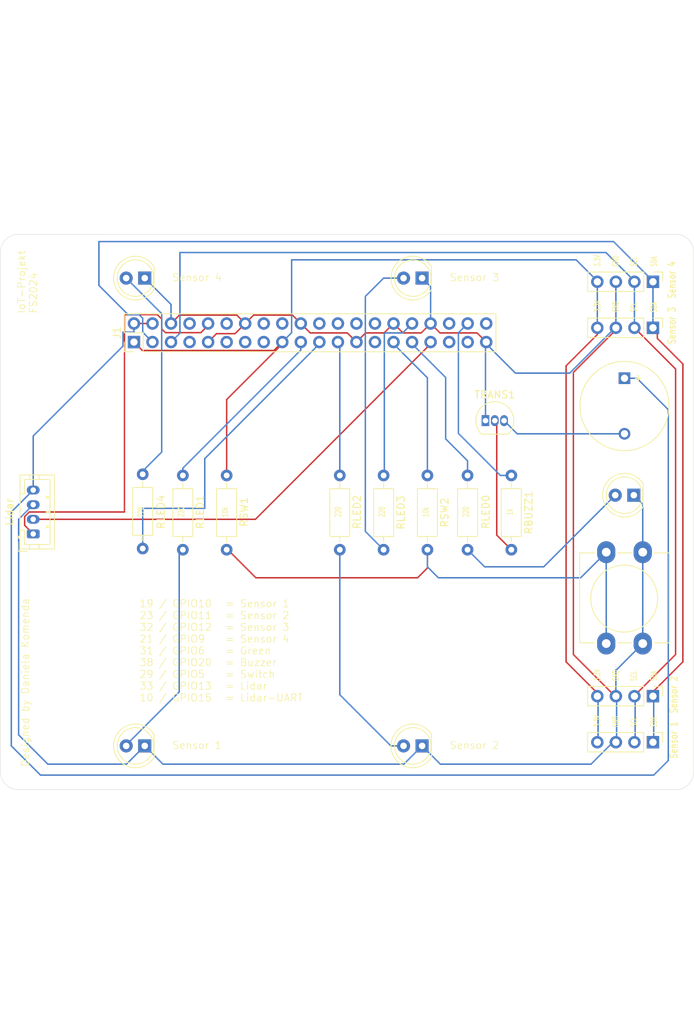
<source format=kicad_pcb>
(kicad_pcb (version 20240108) (generator "pcbnew") (generator_version "8.0")
  (layers (0 "F.Cu" signal) (31 "B.Cu" signal) (34 "B.Paste" user) (35 "F.Paste" user) (36 "B.SilkS" user "B.Silkscreen") (37 "F.SilkS" user "F.Silkscreen") (38 "B.Mask" user) (39 "F.Mask" user) (44 "Edge.Cuts" user))
  (net 0 "")
  (net 1 "+5V")
  (net 2 "Net-(BZ1--)")
  (net 3 "GND")
  (net 5 "+3.3V")
  (net 6 "/buzzer")
  (net 7 "/Sensor 4")
  (net 8 "/Sensor 1")
  (net 13 "/green")
  (net 17 "/Lidar")
  (net 20 "/SLC")
  (net 24 "/switch")
  (net 26 "/SDA")
  (net 27 "/Sensor 2")
  (net 29 "/Lidar-UART")
  (net 31 "/Sensor 3")
  (net 32 "Net-(Green1-A)")
  (net 34 "Net-(S1-A)")
  (net 35 "Net-(S2-A)")
  (net 36 "Net-(S3-A)")
  (net 37 "Net-(S4-A)")
  (net 38 "Net-(TRANS1-B)")
  (net 39 "Net-(RSW1-Pad2)")
  (footprint "LED_THT:LED_D5.0mm" (layer "F.Cu") (at 56.275 92.5 180)
    (property "Reference" "S4" (hide yes))
    (property "Value" "SEN4" (hide yes))
    (fp_line (start -1.29 -1.545) (end -1.29 1.545) (stroke (width 0.12)) (layer "F.SilkS"))
    (fp_arc (start 4.26 -0.000462) (mid 2.072002 2.880433) (end -1.29 1.54483) (stroke (width 0.12)) (layer "F.SilkS"))
    (fp_arc (start -1.29 -1.54483) (mid 2.072002 -2.880433) (end 4.26 0.000462) (stroke (width 0.12)) (layer "F.SilkS"))
    (fp_circle (center 1.27 0) (end 3.77 0) (stroke (width 0.12)) (fill none) (layer "F.SilkS"))
    (pad "1" thru_hole rect (at 0 0 180) (size 1.8 1.8) (drill 0.9) (layers "*.Cu" "*.Mask") (net 3 "GND"))
    (pad "2" thru_hole circle (at 2.54 0 180) (size 1.8 1.8) (drill 0.9) (layers "*.Cu" "*.Mask") (net 37 "Net-(S4-A)"))
  )
  (footprint "Resistor_THT:R_Axial_DIN0207_L6.3mm_D2.5mm_P10.16mm_Horizontal" (layer "F.Cu") (at 83 119.5 -90)
    (property "Reference" "RLED2" (at 5 -2.37 90) (layer "F.SilkS"))
    (property "Value" "220")
    (fp_line (start 1.81 1.37) (end 8.35 1.37) (stroke (width 0.12)) (layer "F.SilkS"))
    (fp_line (start 8.35 1.37) (end 8.35 -1.37) (stroke (width 0.12)) (layer "F.SilkS"))
    (fp_line (start 1.04 0) (end 1.81 0) (stroke (width 0.12)) (layer "F.SilkS"))
    (fp_line (start 9.12 0) (end 8.35 0) (stroke (width 0.12)) (layer "F.SilkS"))
    (fp_line (start 1.81 -1.37) (end 1.81 1.37) (stroke (width 0.12)) (layer "F.SilkS"))
    (fp_line (start 8.35 -1.37) (end 1.81 -1.37) (stroke (width 0.12)) (layer "F.SilkS"))
    (pad "1" thru_hole circle (at 0 0 270) (size 1.6 1.6) (drill 0.8) (layers "*.Cu" "*.Mask") (net 27 "/Sensor 2"))
    (pad "2" thru_hole oval (at 10.16 0 270) (size 1.6 1.6) (drill 0.8) (layers "*.Cu" "*.Mask") (net 35 "Net-(S2-A)"))
  )
  (footprint "Resistor_THT:R_Axial_DIN0207_L6.3mm_D2.5mm_P10.16mm_Horizontal" (layer "F.Cu") (at 100.5 119.5 -90)
    (property "Reference" "RLED0" (at 5 -2.5 90) (layer "F.SilkS"))
    (property "Value" "220")
    (fp_line (start 1.81 1.37) (end 8.35 1.37) (stroke (width 0.12)) (layer "F.SilkS"))
    (fp_line (start 8.35 1.37) (end 8.35 -1.37) (stroke (width 0.12)) (layer "F.SilkS"))
    (fp_line (start 1.04 0) (end 1.81 0) (stroke (width 0.12)) (layer "F.SilkS"))
    (fp_line (start 9.12 0) (end 8.35 0) (stroke (width 0.12)) (layer "F.SilkS"))
    (fp_line (start 1.81 -1.37) (end 1.81 1.37) (stroke (width 0.12)) (layer "F.SilkS"))
    (fp_line (start 8.35 -1.37) (end 1.81 -1.37) (stroke (width 0.12)) (layer "F.SilkS"))
    (pad "1" thru_hole circle (at 0 0 270) (size 1.6 1.6) (drill 0.8) (layers "*.Cu" "*.Mask") (net 13 "/green"))
    (pad "2" thru_hole oval (at 10.16 0 270) (size 1.6 1.6) (drill 0.8) (layers "*.Cu" "*.Mask") (net 32 "Net-(Green1-A)"))
  )
  (footprint "LED_THT:LED_D5.0mm" (layer "F.Cu") (at 123.275 122.2 180)
    (property "Reference" "Green1")
    (property "Value" "green" (hide yes))
    (fp_line (start -1.29 -1.545) (end -1.29 1.545) (stroke (width 0.12)) (layer "F.SilkS"))
    (fp_arc (start 4.26 -0.000462) (mid 2.072002 2.880433) (end -1.29 1.54483) (stroke (width 0.12)) (layer "F.SilkS"))
    (fp_arc (start -1.29 -1.54483) (mid 2.072002 -2.880433) (end 4.26 0.000462) (stroke (width 0.12)) (layer "F.SilkS"))
    (fp_circle (center 1.27 0) (end 3.77 0) (stroke (width 0.12)) (fill none) (layer "F.SilkS"))
    (pad "1" thru_hole rect (at 0 0 180) (size 1.8 1.8) (drill 0.9) (layers "*.Cu" "*.Mask") (net 3 "GND"))
    (pad "2" thru_hole circle (at 2.54 0 180) (size 1.8 1.8) (drill 0.9) (layers "*.Cu" "*.Mask") (net 32 "Net-(Green1-A)"))
  )
  (footprint "MountingHole:MountingHole_2.7mm_M2.5" (layer "F.Cu") (at 108 100)
    (property "Reference" "H2" (hide yes))
    (property "Value" "MountingHole")
    (pad "" np_thru_hole circle (at 0 0) (size 2.7 2.7) (drill 2.7) (layers "*.Cu" "*.Mask"))
  )
  (footprint "Connector_PinHeader_2.54mm:PinHeader_1x04_P2.54mm_Vertical" (layer "F.Cu") (at 125.9 149.7 -90)
    (property "Reference" "SEN2")
    (property "Value" "Sensor 2" (at -0.2 -2.85 90) (layer "F.SilkS") (effects (font (size 1 0.75))))
    (fp_line (start -1.33 8.95) (end 1.33 8.95) (stroke (width 0.12)) (layer "F.SilkS"))
    (fp_line (start -1.33 1.27) (end -1.33 8.95) (stroke (width 0.12)) (layer "F.SilkS"))
    (fp_line (start -1.33 1.27) (end 1.33 1.27) (stroke (width 0.12)) (layer "F.SilkS"))
    (fp_line (start 1.33 1.27) (end 1.33 8.95) (stroke (width 0.12)) (layer "F.SilkS"))
    (fp_line (start -1.33 0) (end -1.33 -1.33) (stroke (width 0.12)) (layer "F.SilkS"))
    (fp_line (start -1.33 -1.33) (end 0 -1.33) (stroke (width 0.12)) (layer "F.SilkS"))
    (pad "1" thru_hole rect (at 0 0 270) (size 1.7 1.7) (drill 1) (layers "*.Cu" "*.Mask") (net 26 "/SDA"))
    (pad "2" thru_hole oval (at 0 2.54 270) (size 1.7 1.7) (drill 1) (layers "*.Cu" "*.Mask") (net 20 "/SLC"))
    (pad "3" thru_hole oval (at 0 5.08 270) (size 1.7 1.7) (drill 1) (layers "*.Cu" "*.Mask") (net 3 "GND"))
    (pad "4" thru_hole oval (at 0 7.62 270) (size 1.7 1.7) (drill 1) (layers "*.Cu" "*.Mask") (net 5 "+3.3V"))
  )
  (footprint "Resistor_THT:R_Axial_DIN0207_L6.3mm_D2.5mm_P10.16mm_Horizontal" (layer "F.Cu") (at 67.5 119.5 -90)
    (property "Reference" "RSW1" (at 5 -2.37 90) (layer "F.SilkS"))
    (property "Value" "10k")
    (fp_line (start 1.81 1.37) (end 8.35 1.37) (stroke (width 0.12)) (layer "F.SilkS"))
    (fp_line (start 8.35 1.37) (end 8.35 -1.37) (stroke (width 0.12)) (layer "F.SilkS"))
    (fp_line (start 1.04 0) (end 1.81 0) (stroke (width 0.12)) (layer "F.SilkS"))
    (fp_line (start 9.12 0) (end 8.35 0) (stroke (width 0.12)) (layer "F.SilkS"))
    (fp_line (start 1.81 -1.37) (end 1.81 1.37) (stroke (width 0.12)) (layer "F.SilkS"))
    (fp_line (start 8.35 -1.37) (end 1.81 -1.37) (stroke (width 0.12)) (layer "F.SilkS"))
    (pad "1" thru_hole circle (at 0 0 270) (size 1.6 1.6) (drill 0.8) (layers "*.Cu" "*.Mask") (net 5 "+3.3V"))
    (pad "2" thru_hole oval (at 10.16 0 270) (size 1.6 1.6) (drill 0.8) (layers "*.Cu" "*.Mask") (net 39 "Net-(RSW1-Pad2)"))
  )
  (footprint "Buzzer_Beeper:MagneticBuzzer_ProSignal_ABI-010-RC" (layer "F.Cu") (at 122 106.2 -90)
    (property "Reference" "BZ1")
    (property "Value" "Buzzer" (hide yes))
    (fp_circle (center 3.8 0) (end 9.9 0) (stroke (width 0.12)) (fill none) (layer "F.SilkS"))
    (fp_text user "+" (at 0 -1.8 90) (layer "F.SilkS"))
    (pad "1" thru_hole rect (at 0 0 270) (size 1.6 1.6) (drill 1) (layers "*.Cu" "*.Mask") (net 1 "+5V"))
    (pad "2" thru_hole circle (at 7.6 0 270) (size 1.6 1.6) (drill 1) (layers "*.Cu" "*.Mask") (net 2 "Net-(BZ1--)"))
  )
  (footprint "Button_Switch_THT:SW_PUSH-12mm_Wuerth-430476085716" (layer "F.Cu") (at 124.5 130 -90)
    (property "Reference" "SW1" (hide yes))
    (property "Value" "SW" (hide yes))
    (fp_line (start 0.1 8.65) (end 0.1 6.53) (stroke (width 0.12)) (layer "F.SilkS"))
    (fp_line (start 12.4 8.65) (end 0.1 8.65) (stroke (width 0.12)) (layer "F.SilkS"))
    (fp_line (start 12.4 6.53) (end 12.4 8.65) (stroke (width 0.12)) (layer "F.SilkS"))
    (fp_line (start 0.1 3.47) (end 0.1 1.53) (stroke (width 0.12)) (layer "F.SilkS"))
    (fp_line (start 12.4 1.53) (end 12.4 3.47) (stroke (width 0.12)) (layer "F.SilkS"))
    (fp_line (start 0.1 -1.53) (end 0.1 -3.65) (stroke (width 0.12)) (layer "F.SilkS"))
    (fp_line (start 0.1 -3.65) (end 12.4 -3.65) (stroke (width 0.12)) (layer "F.SilkS"))
    (fp_line (start 12.4 -3.65) (end 12.4 -1.53) (stroke (width 0.12)) (layer "F.SilkS"))
    (fp_circle (center 6.35 2.54) (end 10.92905 2.54) (stroke (width 0.12)) (fill none) (layer "F.SilkS"))
    (pad "1" thru_hole oval (at 0 0 270) (size 3 2.5) (drill 1.2) (layers "*.Cu" "*.Mask") (net 3 "GND"))
    (pad "1" thru_hole oval (at 12.5 0 270) (size 3 2.5) (drill 1.2) (layers "*.Cu" "*.Mask") (net 3 "GND"))
    (pad "2" thru_hole oval (at 0 5 270) (size 3 2.5) (drill 1.2) (layers "*.Cu" "*.Mask") (net 39 "Net-(RSW1-Pad2)"))
    (pad "2" thru_hole oval (at 12.5 5 270) (size 3 2.5) (drill 1.2) (layers "*.Cu" "*.Mask") (net 39 "Net-(RSW1-Pad2)"))
  )
  (footprint "Resistor_THT:R_Axial_DIN0207_L6.3mm_D2.5mm_P10.16mm_Horizontal" (layer "F.Cu") (at 61.5 119.5 -90)
    (property "Reference" "RLED1" (at 5 -2.37 90) (layer "F.SilkS"))
    (property "Value" "220")
    (fp_line (start 1.81 1.37) (end 8.35 1.37) (stroke (width 0.12)) (layer "F.SilkS"))
    (fp_line (start 8.35 1.37) (end 8.35 -1.37) (stroke (width 0.12)) (layer "F.SilkS"))
    (fp_line (start 1.04 0) (end 1.81 0) (stroke (width 0.12)) (layer "F.SilkS"))
    (fp_line (start 9.12 0) (end 8.35 0) (stroke (width 0.12)) (layer "F.SilkS"))
    (fp_line (start 1.81 -1.37) (end 1.81 1.37) (stroke (width 0.12)) (layer "F.SilkS"))
    (fp_line (start 8.35 -1.37) (end 1.81 -1.37) (stroke (width 0.12)) (layer "F.SilkS"))
    (pad "1" thru_hole circle (at 0 0 270) (size 1.6 1.6) (drill 0.8) (layers "*.Cu" "*.Mask") (net 8 "/Sensor 1"))
    (pad "2" thru_hole oval (at 10.16 0 270) (size 1.6 1.6) (drill 0.8) (layers "*.Cu" "*.Mask") (net 34 "Net-(S1-A)"))
  )
  (footprint "MountingHole:MountingHole_2.7mm_M2.5" (layer "F.Cu") (at 108 149)
    (property "Reference" "H4" (hide yes))
    (property "Value" "MountingHole")
    (pad "" np_thru_hole circle (at 0 0) (size 2.7 2.7) (drill 2.7) (layers "*.Cu" "*.Mask"))
  )
  (footprint "Resistor_THT:R_Axial_DIN0207_L6.3mm_D2.5mm_P10.16mm_Horizontal" (layer "F.Cu") (at 106.5 119.5 -90)
    (property "Reference" "RBUZZ1" (at 5.08 -2.37 90) (layer "F.SilkS"))
    (property "Value" "1k")
    (fp_line (start 1.81 1.37) (end 8.35 1.37) (stroke (width 0.12)) (layer "F.SilkS"))
    (fp_line (start 8.35 1.37) (end 8.35 -1.37) (stroke (width 0.12)) (layer "F.SilkS"))
    (fp_line (start 1.04 0) (end 1.81 0) (stroke (width 0.12)) (layer "F.SilkS"))
    (fp_line (start 9.12 0) (end 8.35 0) (stroke (width 0.12)) (layer "F.SilkS"))
    (fp_line (start 1.81 -1.37) (end 1.81 1.37) (stroke (width 0.12)) (layer "F.SilkS"))
    (fp_line (start 8.35 -1.37) (end 1.81 -1.37) (stroke (width 0.12)) (layer "F.SilkS"))
    (pad "1" thru_hole circle (at 0 0 270) (size 1.6 1.6) (drill 0.8) (layers "*.Cu" "*.Mask") (net 6 "/buzzer"))
    (pad "2" thru_hole oval (at 10.16 0 270) (size 1.6 1.6) (drill 0.8) (layers "*.Cu" "*.Mask") (net 38 "Net-(TRANS1-B)"))
  )
  (footprint "Resistor_THT:R_Axial_DIN0207_L6.3mm_D2.5mm_P10.16mm_Horizontal" (layer "F.Cu") (at 56 129.5 90)
    (property "Reference" "RLED4" (at 5 2.5 -90) (layer "F.SilkS"))
    (property "Value" "220")
    (fp_line (start 8.35 -1.37) (end 1.81 -1.37) (stroke (width 0.12)) (layer "F.SilkS"))
    (fp_line (start 1.81 -1.37) (end 1.81 1.37) (stroke (width 0.12)) (layer "F.SilkS"))
    (fp_line (start 9.12 0) (end 8.35 0) (stroke (width 0.12)) (layer "F.SilkS"))
    (fp_line (start 1.04 0) (end 1.81 0) (stroke (width 0.12)) (layer "F.SilkS"))
    (fp_line (start 8.35 1.37) (end 8.35 -1.37) (stroke (width 0.12)) (layer "F.SilkS"))
    (fp_line (start 1.81 1.37) (end 8.35 1.37) (stroke (width 0.12)) (layer "F.SilkS"))
    (pad "1" thru_hole circle (at 0 0 90) (size 1.6 1.6) (drill 0.8) (layers "*.Cu" "*.Mask") (net 7 "/Sensor 4"))
    (pad "2" thru_hole oval (at 10.16 0 90) (size 1.6 1.6) (drill 0.8) (layers "*.Cu" "*.Mask") (net 37 "Net-(S4-A)"))
  )
  (footprint "Package_TO_SOT_THT:TO-92_Inline" (layer "F.Cu") (at 102.96 112)
    (property "Reference" "TRANS1" (at 1.27 -3.56 0) (layer "F.SilkS"))
    (property "Value" "S8050")
    (fp_line (start -0.53 1.85) (end 3.07 1.85) (stroke (width 0.12)) (layer "F.SilkS"))
    (fp_arc (start -0.568478 1.838478) (mid -1.132087 -0.994977) (end 1.27 -2.6) (stroke (width 0.12)) (layer "F.SilkS"))
    (fp_arc (start 1.27 -2.6) (mid 3.672087 -0.994977) (end 3.108478 1.838478) (stroke (width 0.12)) (layer "F.SilkS"))
    (pad "1" thru_hole rect (at 0 0) (size 1.05 1.5) (drill 0.75) (layers "*.Cu" "*.Mask") (net 3 "GND"))
    (pad "2" thru_hole oval (at 1.27 0) (size 1.05 1.5) (drill 0.75) (layers "*.Cu" "*.Mask") (net 38 "Net-(TRANS1-B)"))
    (pad "3" thru_hole oval (at 2.54 0) (size 1.05 1.5) (drill 0.75) (layers "*.Cu" "*.Mask") (net 2 "Net-(BZ1--)"))
  )
  (footprint "Connector_PinHeader_2.54mm:PinHeader_1x04_P2.54mm_Vertical" (layer "F.Cu") (at 125.9 156 -90)
    (property "Reference" "SEN1")
    (property "Value" "Sensor 1" (at -0.3 -2.85 90) (layer "F.SilkS") (effects (font (size 1 0.75))))
    (fp_line (start -1.33 8.95) (end 1.33 8.95) (stroke (width 0.12)) (layer "F.SilkS"))
    (fp_line (start -1.33 1.27) (end -1.33 8.95) (stroke (width 0.12)) (layer "F.SilkS"))
    (fp_line (start -1.33 1.27) (end 1.33 1.27) (stroke (width 0.12)) (layer "F.SilkS"))
    (fp_line (start 1.33 1.27) (end 1.33 8.95) (stroke (width 0.12)) (layer "F.SilkS"))
    (fp_line (start -1.33 0) (end -1.33 -1.33) (stroke (width 0.12)) (layer "F.SilkS"))
    (fp_line (start -1.33 -1.33) (end 0 -1.33) (stroke (width 0.12)) (layer "F.SilkS"))
    (pad "1" thru_hole rect (at 0 0 270) (size 1.7 1.7) (drill 1) (layers "*.Cu" "*.Mask") (net 26 "/SDA"))
    (pad "2" thru_hole oval (at 0 2.54 270) (size 1.7 1.7) (drill 1) (layers "*.Cu" "*.Mask") (net 20 "/SLC"))
    (pad "3" thru_hole oval (at 0 5.08 270) (size 1.7 1.7) (drill 1) (layers "*.Cu" "*.Mask") (net 3 "GND"))
    (pad "4" thru_hole oval (at 0 7.62 270) (size 1.7 1.7) (drill 1) (layers "*.Cu" "*.Mask") (net 5 "+3.3V"))
  )
  (footprint "MountingHole:MountingHole_2.7mm_M2.5" (layer "F.Cu") (at 50 149)
    (property "Reference" "H3" (hide yes))
    (property "Value" "MountingHole")
    (pad "" np_thru_hole circle (at 0 0) (size 2.7 2.7) (drill 2.7) (layers "*.Cu" "*.Mask"))
  )
  (footprint "Resistor_THT:R_Axial_DIN0207_L6.3mm_D2.5mm_P10.16mm_Horizontal" (layer "F.Cu") (at 95 119.5 -90)
    (property "Reference" "RSW2" (at 5.08 -2.37 90) (layer "F.SilkS"))
    (property "Value" "10k")
    (fp_line (start 1.81 1.37) (end 8.35 1.37) (stroke (width 0.12)) (layer "F.SilkS"))
    (fp_line (start 8.35 1.37) (end 8.35 -1.37) (stroke (width 0.12)) (layer "F.SilkS"))
    (fp_line (start 1.04 0) (end 1.81 0) (stroke (width 0.12)) (layer "F.SilkS"))
    (fp_line (start 9.12 0) (end 8.35 0) (stroke (width 0.12)) (layer "F.SilkS"))
    (fp_line (start 1.81 -1.37) (end 1.81 1.37) (stroke (width 0.12)) (layer "F.SilkS"))
    (fp_line (start 8.35 -1.37) (end 1.81 -1.37) (stroke (width 0.12)) (layer "F.SilkS"))
    (pad "1" thru_hole circle (at 0 0 270) (size 1.6 1.6) (drill 0.8) (layers "*.Cu" "*.Mask") (net 24 "/switch"))
    (pad "2" thru_hole oval (at 10.16 0 270) (size 1.6 1.6) (drill 0.8) (layers "*.Cu" "*.Mask") (net 39 "Net-(RSW1-Pad2)"))
  )
  (footprint "Connector_JST:JST_PH_B4B-PH-K_1x04_P2.00mm_Vertical" (layer "F.Cu") (at 41 127.5 90)
    (property "Reference" "LID1")
    (property "Value" "Lidar" (at 3 -3.25 -90) (layer "F.SilkS"))
    (fp_line (start -1.11 -2.11) (end -2.36 -2.11) (stroke (width 0.12)) (layer "F.SilkS"))
    (fp_line (start -2.36 -2.11) (end -2.36 -0.86) (stroke (width 0.12)) (layer "F.SilkS"))
    (fp_line (start -0.3 -2.01) (end -0.6 -2.01) (stroke (width 0.12)) (layer "F.SilkS"))
    (fp_line (start -0.6 -2.01) (end -0.6 -1.81) (stroke (width 0.12)) (layer "F.SilkS"))
    (fp_line (start -0.3 -1.91) (end -0.6 -1.91) (stroke (width 0.12)) (layer "F.SilkS"))
    (fp_line (start 8.06 -1.81) (end -2.06 -1.81) (stroke (width 0.12)) (layer "F.SilkS"))
    (fp_line (start 0.5 -1.81) (end 0.5 -1.2) (stroke (width 0.12)) (layer "F.SilkS"))
    (fp_line (start -0.3 -1.81) (end -0.3 -2.01) (stroke (width 0.12)) (layer "F.SilkS"))
    (fp_line (start -2.06 -1.81) (end -2.06 2.91) (stroke (width 0.12)) (layer "F.SilkS"))
    (fp_line (start 7.45 -1.2) (end 5.5 -1.2) (stroke (width 0.12)) (layer "F.SilkS"))
    (fp_line (start 5.5 -1.2) (end 5.5 -1.81) (stroke (width 0.12)) (layer "F.SilkS"))
    (fp_line (start 0.5 -1.2) (end -1.45 -1.2) (stroke (width 0.12)) (layer "F.SilkS"))
    (fp_line (start -1.45 -1.2) (end -1.45 2.3) (stroke (width 0.12)) (layer "F.SilkS"))
    (fp_line (start 8.06 -0.5) (end 7.45 -0.5) (stroke (width 0.12)) (layer "F.SilkS"))
    (fp_line (start -2.06 -0.5) (end -1.45 -0.5) (stroke (width 0.12)) (layer "F.SilkS"))
    (fp_line (start 8.06 0.8) (end 7.45 0.8) (stroke (width 0.12)) (layer "F.SilkS"))
    (fp_line (start -2.06 0.8) (end -1.45 0.8) (stroke (width 0.12)) (layer "F.SilkS"))
    (fp_line (start 5.1 1.8) (end 5.1 2.3) (stroke (width 0.12)) (layer "F.SilkS"))
    (fp_line (start 4.9 1.8) (end 5.1 1.8) (stroke (width 0.12)) (layer "F.SilkS"))
    (fp_line (start 3.1 1.8) (end 3.1 2.3) (stroke (width 0.12)) (layer "F.SilkS"))
    (fp_line (start 2.9 1.8) (end 3.1 1.8) (stroke (width 0.12)) (layer "F.SilkS"))
    (fp_line (start 1.1 1.8) (end 1.1 2.3) (stroke (width 0.12)) (layer "F.SilkS"))
    (fp_line (start 0.9 1.8) (end 1.1 1.8) (stroke (width 0.12)) (layer "F.SilkS"))
    (fp_line (start 7.45 2.3) (end 7.45 -1.2) (stroke (width 0.12)) (layer "F.SilkS"))
    (fp_line (start 5 2.3) (end 5 1.8) (stroke (width 0.12)) (layer "F.SilkS"))
    (fp_line (start 4.9 2.3) (end 4.9 1.8) (stroke (width 0.12)) (layer "F.SilkS"))
    (fp_line (start 3 2.3) (end 3 1.8) (stroke (width 0.12)) (layer "F.SilkS"))
    (fp_line (start 2.9 2.3) (end 2.9 1.8) (stroke (width 0.12)) (layer "F.SilkS"))
    (fp_line (start 1 2.3) (end 1 1.8) (stroke (width 0.12)) (layer "F.SilkS"))
    (fp_line (start 0.9 2.3) (end 0.9 1.8) (stroke (width 0.12)) (layer "F.SilkS"))
    (fp_line (start -1.45 2.3) (end 7.45 2.3) (stroke (width 0.12)) (layer "F.SilkS"))
    (fp_line (start 8.06 2.91) (end 8.06 -1.81) (stroke (width 0.12)) (layer "F.SilkS"))
    (fp_line (start -2.06 2.91) (end 8.06 2.91) (stroke (width 0.12)) (layer "F.SilkS"))
    (pad "1" thru_hole roundrect (at 0 0 90) (size 1.2 1.75) (drill 0.75) (layers "*.Cu" "*.Mask") (roundrect_rratio 0.208333) (net 29 "/Lidar-UART"))
    (pad "2" thru_hole oval (at 2 0 90) (size 1.2 1.75) (drill 0.75) (layers "*.Cu" "*.Mask") (net 17 "/Lidar"))
    (pad "3" thru_hole oval (at 4 0 90) (size 1.2 1.75) (drill 0.75) (layers "*.Cu" "*.Mask") (net 3 "GND"))
    (pad "4" thru_hole oval (at 6 0 90) (size 1.2 1.75) (drill 0.75) (layers "*.Cu" "*.Mask") (net 1 "+5V"))
  )
  (footprint "LED_THT:LED_D5.0mm" (layer "F.Cu") (at 94.275 156.5 180)
    (property "Reference" "S2" (hide yes))
    (property "Value" "SEN2" (hide yes))
    (fp_line (start -1.29 -1.545) (end -1.29 1.545) (stroke (width 0.12)) (layer "F.SilkS"))
    (fp_arc (start 4.26 -0.000462) (mid 2.072002 2.880433) (end -1.29 1.54483) (stroke (width 0.12)) (layer "F.SilkS"))
    (fp_arc (start -1.29 -1.54483) (mid 2.072002 -2.880433) (end 4.26 0.000462) (stroke (width 0.12)) (layer "F.SilkS"))
    (fp_circle (center 1.27 0) (end 3.77 0) (stroke (width 0.12)) (fill none) (layer "F.SilkS"))
    (pad "1" thru_hole rect (at 0 0 180) (size 1.8 1.8) (drill 0.9) (layers "*.Cu" "*.Mask") (net 3 "GND"))
    (pad "2" thru_hole circle (at 2.54 0 180) (size 1.8 1.8) (drill 0.9) (layers "*.Cu" "*.Mask") (net 35 "Net-(S2-A)"))
  )
  (footprint "Resistor_THT:R_Axial_DIN0207_L6.3mm_D2.5mm_P10.16mm_Horizontal" (layer "F.Cu") (at 89 119.5 -90)
    (property "Reference" "RLED3" (at 5.08 -2.37 90) (layer "F.SilkS"))
    (property "Value" "220")
    (fp_line (start 1.81 1.37) (end 8.35 1.37) (stroke (width 0.12)) (layer "F.SilkS"))
    (fp_line (start 8.35 1.37) (end 8.35 -1.37) (stroke (width 0.12)) (layer "F.SilkS"))
    (fp_line (start 1.04 0) (end 1.81 0) (stroke (width 0.12)) (layer "F.SilkS"))
    (fp_line (start 9.12 0) (end 8.35 0) (stroke (width 0.12)) (layer "F.SilkS"))
    (fp_line (start 1.81 -1.37) (end 1.81 1.37) (stroke (width 0.12)) (layer "F.SilkS"))
    (fp_line (start 8.35 -1.37) (end 1.81 -1.37) (stroke (width 0.12)) (layer "F.SilkS"))
    (pad "1" thru_hole circle (at 0 0 270) (size 1.6 1.6) (drill 0.8) (layers "*.Cu" "*.Mask") (net 31 "/Sensor 3"))
    (pad "2" thru_hole oval (at 10.16 0 270) (size 1.6 1.6) (drill 0.8) (layers "*.Cu" "*.Mask") (net 36 "Net-(S3-A)"))
  )
  (footprint "Connector_PinHeader_2.54mm:PinHeader_1x04_P2.54mm_Vertical" (layer "F.Cu") (at 125.9 93 -90)
    (property "Reference" "SEN4")
    (property "Value" "Sensor 4" (at -0.25 -2.6 90) (layer "F.SilkS") (effects (font (size 1 0.75))))
    (fp_line (start -1.33 8.95) (end 1.33 8.95) (stroke (width 0.12)) (layer "F.SilkS"))
    (fp_line (start -1.33 1.27) (end -1.33 8.95) (stroke (width 0.12)) (layer "F.SilkS"))
    (fp_line (start -1.33 1.27) (end 1.33 1.27) (stroke (width 0.12)) (layer "F.SilkS"))
    (fp_line (start 1.33 1.27) (end 1.33 8.95) (stroke (width 0.12)) (layer "F.SilkS"))
    (fp_line (start -1.33 0) (end -1.33 -1.33) (stroke (width 0.12)) (layer "F.SilkS"))
    (fp_line (start -1.33 -1.33) (end 0 -1.33) (stroke (width 0.12)) (layer "F.SilkS"))
    (pad "1" thru_hole rect (at 0 0 270) (size 1.7 1.7) (drill 1) (layers "*.Cu" "*.Mask") (net 26 "/SDA"))
    (pad "2" thru_hole oval (at 0 2.54 270) (size 1.7 1.7) (drill 1) (layers "*.Cu" "*.Mask") (net 20 "/SLC"))
    (pad "3" thru_hole oval (at 0 5.08 270) (size 1.7 1.7) (drill 1) (layers "*.Cu" "*.Mask") (net 3 "GND"))
    (pad "4" thru_hole oval (at 0 7.62 270) (size 1.7 1.7) (drill 1) (layers "*.Cu" "*.Mask") (net 5 "+3.3V"))
  )
  (footprint "Connector_PinHeader_2.54mm:PinHeader_1x04_P2.54mm_Vertical" (layer "F.Cu") (at 125.9 99.3 -90)
    (property "Reference" "SEN3")
    (property "Value" "Sensor 3" (at -0.3 -2.6 90) (layer "F.SilkS") (effects (font (size 1 0.75))))
    (fp_line (start -1.33 8.95) (end 1.33 8.95) (stroke (width 0.12)) (layer "F.SilkS"))
    (fp_line (start -1.33 1.27) (end -1.33 8.95) (stroke (width 0.12)) (layer "F.SilkS"))
    (fp_line (start -1.33 1.27) (end 1.33 1.27) (stroke (width 0.12)) (layer "F.SilkS"))
    (fp_line (start 1.33 1.27) (end 1.33 8.95) (stroke (width 0.12)) (layer "F.SilkS"))
    (fp_line (start -1.33 0) (end -1.33 -1.33) (stroke (width 0.12)) (layer "F.SilkS"))
    (fp_line (start -1.33 -1.33) (end 0 -1.33) (stroke (width 0.12)) (layer "F.SilkS"))
    (pad "1" thru_hole rect (at 0 0 270) (size 1.7 1.7) (drill 1) (layers "*.Cu" "*.Mask") (net 26 "/SDA"))
    (pad "2" thru_hole oval (at 0 2.54 270) (size 1.7 1.7) (drill 1) (layers "*.Cu" "*.Mask") (net 20 "/SLC"))
    (pad "3" thru_hole oval (at 0 5.08 270) (size 1.7 1.7) (drill 1) (layers "*.Cu" "*.Mask") (net 3 "GND"))
    (pad "4" thru_hole oval (at 0 7.62 270) (size 1.7 1.7) (drill 1) (layers "*.Cu" "*.Mask") (net 5 "+3.3V"))
  )
  (footprint "LED_THT:LED_D5.0mm" (layer "F.Cu") (at 56.275 156.5 180)
    (property "Reference" "S1" (hide yes))
    (property "Value" "SEN1" (hide yes))
    (fp_line (start -1.29 -1.545) (end -1.29 1.545) (stroke (width 0.12)) (layer "F.SilkS"))
    (fp_arc (start 4.26 -0.000462) (mid 2.072002 2.880433) (end -1.29 1.54483) (stroke (width 0.12)) (layer "F.SilkS"))
    (fp_arc (start -1.29 -1.54483) (mid 2.072002 -2.880433) (end 4.26 0.000462) (stroke (width 0.12)) (layer "F.SilkS"))
    (fp_circle (center 1.27 0) (end 3.77 0) (stroke (width 0.12)) (fill none) (layer "F.SilkS"))
    (pad "1" thru_hole rect (at 0 0 180) (size 1.8 1.8) (drill 0.9) (layers "*.Cu" "*.Mask") (net 3 "GND"))
    (pad "2" thru_hole circle (at 2.54 0 180) (size 1.8 1.8) (drill 0.9) (layers "*.Cu" "*.Mask") (net 34 "Net-(S1-A)"))
  )
  (footprint "Connector_PinHeader_2.54mm:PinHeader_2x20_P2.54mm_Vertical" (layer "F.Cu") (at 54.8 101.25 90)
    (property "Reference" "J1" (at 1.27 -2.33 -90) (layer "F.SilkS"))
    (property "Value" "Raspberry_Pi_2_3" (hide yes))
    (fp_line (start 3.87 -1.33) (end 3.87 49.59) (stroke (width 0.12)) (layer "F.SilkS"))
    (fp_line (start 1.27 -1.33) (end 3.87 -1.33) (stroke (width 0.12)) (layer "F.SilkS"))
    (fp_line (start -1.33 -1.33) (end 0 -1.33) (stroke (width 0.12)) (layer "F.SilkS"))
    (fp_line (start -1.33 0) (end -1.33 -1.33) (stroke (width 0.12)) (layer "F.SilkS"))
    (fp_line (start 1.27 1.27) (end 1.27 -1.33) (stroke (width 0.12)) (layer "F.SilkS"))
    (fp_line (start -1.33 1.27) (end 1.27 1.27) (stroke (width 0.12)) (layer "F.SilkS"))
    (fp_line (start -1.33 1.27) (end -1.33 49.59) (stroke (width 0.12)) (layer "F.SilkS"))
    (fp_line (start -1.33 49.59) (end 3.87 49.59) (stroke (width 0.12)) (layer "F.SilkS"))
    (pad "1" thru_hole rect (at 0 0 90) (size 1.7 1.7) (drill 1) (layers "*.Cu" "*.Mask") (net 5 "+3.3V"))
    (pad "2" thru_hole oval (at 2.54 0 90) (size 1.7 1.7) (drill 1) (layers "*.Cu" "*.Mask") (net 1 "+5V"))
    (pad "3" thru_hole oval (at 0 2.54 90) (size 1.7 1.7) (drill 1) (layers "*.Cu" "*.Mask") (net 26 "/SDA"))
    (pad "4" thru_hole oval (at 2.54 2.54 90) (size 1.7 1.7) (drill 1) (layers "*.Cu" "*.Mask") (net 1 "+5V"))
    (pad "5" thru_hole oval (at 0 5.08 90) (size 1.7 1.7) (drill 1) (layers "*.Cu" "*.Mask") (net 20 "/SLC"))
    (pad "6" thru_hole oval (at 2.54 5.08 90) (size 1.7 1.7) (drill 1) (layers "*.Cu" "*.Mask") (net 3 "GND"))
    (pad "7" thru_hole oval (at 0 7.62 90) (size 1.7 1.7) (drill 1) (layers "*.Cu" "*.Mask"))
    (pad "8" thru_hole oval (at 2.54 7.62 90) (size 1.7 1.7) (drill 1) (layers "*.Cu" "*.Mask"))
    (pad "9" thru_hole oval (at 0 10.16 90) (size 1.7 1.7) (drill 1) (layers "*.Cu" "*.Mask") (net 3 "GND"))
    (pad "10" thru_hole oval (at 2.54 10.16 90) (size 1.7 1.7) (drill 1) (layers "*.Cu" "*.Mask") (net 29 "/Lidar-UART"))
    (pad "11" thru_hole oval (at 0 12.7 90) (size 1.7 1.7) (drill 1) (layers "*.Cu" "*.Mask"))
    (pad "12" thru_hole oval (at 2.54 12.7 90) (size 1.7 1.7) (drill 1) (layers "*.Cu" "*.Mask"))
    (pad "13" thru_hole oval (at 0 15.24 90) (size 1.7 1.7) (drill 1) (layers "*.Cu" "*.Mask"))
    (pad "14" thru_hole oval (at 2.54 15.24 90) (size 1.7 1.7) (drill 1) (layers "*.Cu" "*.Mask") (net 3 "GND"))
    (pad "15" thru_hole oval (at 0 17.78 90) (size 1.7 1.7) (drill 1) (layers "*.Cu" "*.Mask"))
    (pad "16" thru_hole oval (at 2.54 17.78 90) (size 1.7 1.7) (drill 1) (layers "*.Cu" "*.Mask"))
    (pad "17" thru_hole oval (at 0 20.32 90) (size 1.7 1.7) (drill 1) (layers "*.Cu" "*.Mask") (net 5 "+3.3V"))
    (pad "18" thru_hole oval (at 2.54 20.32 90) (size 1.7 1.7) (drill 1) (layers "*.Cu" "*.Mask"))
    (pad "19" thru_hole oval (at 0 22.86 90) (size 1.7 1.7) (drill 1) (layers "*.Cu" "*.Mask") (net 8 "/Sensor 1"))
    (pad "20" thru_hole oval (at 2.54 22.86 90) (size 1.7 1.7) (drill 1) (layers "*.Cu" "*.Mask") (net 3 "GND"))
    (pad "21" thru_hole oval (at 0 25.4 90) (size 1.7 1.7) (drill 1) (layers "*.Cu" "*.Mask") (net 7 "/Sensor 4"))
    (pad "22" thru_hole oval (at 2.54 25.4 90) (size 1.7 1.7) (drill 1) (layers "*.Cu" "*.Mask"))
    (pad "23" thru_hole oval (at 0 27.94 90) (size 1.7 1.7) (drill 1) (layers "*.Cu" "*.Mask") (net 27 "/Sensor 2"))
    (pad "24" thru_hole oval (at 2.54 27.94 90) (size 1.7 1.7) (drill 1) (layers "*.Cu" "*.Mask"))
    (pad "25" thru_hole oval (at 0 30.48 90) (size 1.7 1.7) (drill 1) (layers "*.Cu" "*.Mask") (net 3 "GND"))
    (pad "26" thru_hole oval (at 2.54 30.48 90) (size 1.7 1.7) (drill 1) (layers "*.Cu" "*.Mask"))
    (pad "27" thru_hole oval (at 0 33.02 90) (size 1.7 1.7) (drill 1) (layers "*.Cu" "*.Mask"))
    (pad "28" thru_hole oval (at 2.54 33.02 90) (size 1.7 1.7) (drill 1) (layers "*.Cu" "*.Mask"))
    (pad "29" thru_hole oval (at 0 35.56 90) (size 1.7 1.7) (drill 1) (layers "*.Cu" "*.Mask") (net 24 "/switch"))
    (pad "30" thru_hole oval (at 2.54 35.56 90) (size 1.7 1.7) (drill 1) (layers "*.Cu" "*.Mask") (net 3 "GND"))
    (pad "31" thru_hole oval (at 0 38.1 90) (size 1.7 1.7) (drill 1) (layers "*.Cu" "*.Mask") (net 13 "/green"))
    (pad "32" thru_hole oval (at 2.54 38.1 90) (size 1.7 1.7) (drill 1) (layers "*.Cu" "*.Mask") (net 31 "/Sensor 3"))
    (pad "33" thru_hole oval (at 0 40.64 90) (size 1.7 1.7) (drill 1) (layers "*.Cu" "*.Mask") (net 17 "/Lidar"))
    (pad "34" thru_hole oval (at 2.54 40.64 90) (size 1.7 1.7) (drill 1) (layers "*.Cu" "*.Mask") (net 3 "GND"))
    (pad "35" thru_hole oval (at 0 43.18 90) (size 1.7 1.7) (drill 1) (layers "*.Cu" "*.Mask"))
    (pad "36" thru_hole oval (at 2.54 43.18 90) (size 1.7 1.7) (drill 1) (layers "*.Cu" "*.Mask"))
    (pad "37" thru_hole oval (at 0 45.72 90) (size 1.7 1.7) (drill 1) (layers "*.Cu" "*.Mask"))
    (pad "38" thru_hole oval (at 2.54 45.72 90) (size 1.7 1.7) (drill 1) (layers "*.Cu" "*.Mask") (net 6 "/buzzer"))
    (pad "39" thru_hole oval (at 0 48.26 90) (size 1.7 1.7) (drill 1) (layers "*.Cu" "*.Mask") (net 3 "GND"))
    (pad "40" thru_hole oval (at 2.54 48.26 90) (size 1.7 1.7) (drill 1) (layers "*.Cu" "*.Mask"))
  )
  (footprint "LED_THT:LED_D5.0mm" (layer "F.Cu") (at 94.275 92.5 180)
    (property "Reference" "S3" (hide yes))
    (property "Value" "SEN3" (hide yes))
    (fp_line (start -1.29 -1.545) (end -1.29 1.545) (stroke (width 0.12)) (layer "F.SilkS"))
    (fp_arc (start 4.26 -0.000462) (mid 2.072002 2.880433) (end -1.29 1.54483) (stroke (width 0.12)) (layer "F.SilkS"))
    (fp_arc (start -1.29 -1.54483) (mid 2.072002 -2.880433) (end 4.26 0.000462) (stroke (width 0.12)) (layer "F.SilkS"))
    (fp_circle (center 1.27 0) (end 3.77 0) (stroke (width 0.12)) (fill none) (layer "F.SilkS"))
    (pad "1" thru_hole rect (at 0 0 180) (size 1.8 1.8) (drill 0.9) (layers "*.Cu" "*.Mask") (net 3 "GND"))
    (pad "2" thru_hole circle (at 2.54 0 180) (size 1.8 1.8) (drill 0.9) (layers "*.Cu" "*.Mask") (net 36 "Net-(S3-A)"))
  )
  (footprint "MountingHole:MountingHole_2.7mm_M2.5" (layer "F.Cu") (at 50 100)
    (property "Reference" "H1" (hide yes))
    (property "Value" "MountingHole")
    (pad "" np_thru_hole circle (at 0 0) (size 2.7 2.7) (drill 2.7) (layers "*.Cu" "*.Mask"))
  )
  (gr_arc (start 129 86.5) (mid 130.767767 87.232233) (end 131.5 89) (stroke (width 0.05)) (layer "Edge.Cuts"))
  (gr_line (start 129 162.5) (end 39 162.5) (stroke (width 0.05)) (layer "Edge.Cuts"))
  (gr_line (start 39 86.5) (end 129 86.5) (stroke (width 0.05)) (layer "Edge.Cuts"))
  (gr_arc (start 39 162.5) (mid 37.232233 161.767767) (end 36.5 160) (stroke (width 0.05)) (layer "Edge.Cuts"))
  (gr_arc (start 36.5 89) (mid 37.232233 87.232233) (end 39 86.5) (stroke (width 0.05)) (layer "Edge.Cuts"))
  (gr_line (start 131.5 89) (end 131.5 160) (stroke (width 0.05)) (layer "Edge.Cuts"))
  (gr_line (start 36.5 160) (end 36.5 89) (stroke (width 0.05)) (layer "Edge.Cuts"))
  (gr_arc (start 131.5 160) (mid 130.767767 161.767767) (end 129 162.5) (stroke (width 0.05)) (layer "Edge.Cuts"))
  (gr_text "SCL" (at 123.75 97.25 90) (layer "F.SilkS") (effects (font (size 0.8 0.5) (thickness 0.1)) (justify left bottom)))
  (gr_text "SCL" (at 123.75 147.7 90) (layer "F.SilkS") (effects (font (size 0.8 0.5) (thickness 0.1)) (justify left bottom)))
  (gr_text "10k" (at 95.25 125.25 90) (layer "F.SilkS") (effects (font (size 0.8 0.5) (thickness 0.1)) (justify left bottom)))
  (gr_text "SCL" (at 123.75 154 90) (layer "F.SilkS") (effects (font (size 0.8 0.5) (thickness 0.1)) (justify left bottom)))
  (gr_text "3.3V" (at 118.75 97.25 90) (layer "F.SilkS") (effects (font (size 0.8 0.5) (thickness 0.1)) (justify left bottom)))
  (gr_text "1k" (at 106.75 125 90) (layer "F.SilkS") (effects (font (size 0.8 0.5) (thickness 0.1)) (justify left bottom)))
  (gr_text "SDA" (at 126.5 97.25 90) (layer "F.SilkS") (effects (font (size 0.8 0.5) (thickness 0.1)) (justify left bottom)))
  (gr_text "3.3V" (at 118.75 91 90) (layer "F.SilkS") (effects (font (size 0.8 0.5) (thickness 0.1)) (justify left bottom)))
  (gr_text "IoT-Projekt\nFS2024" (at 41.6 97.4 90) (layer "F.SilkS") (effects (font (size 1 1) (thickness 0.1)) (justify left bottom)))
  (gr_text "GND" (at 121.25 154 90) (layer "F.SilkS") (effects (font (size 0.8 0.5) (thickness 0.1)) (justify left bottom)))
  (gr_text "Sensor 1\n" (at 60 157 0) (layer "F.SilkS") (effects (font (size 1 1) (thickness 0.1)) (justify left bottom)))
  (gr_text "220" (at 100.75 125.25 90) (layer "F.SilkS") (effects (font (size 0.8 0.5) (thickness 0.1)) (justify left bottom)))
  (gr_text "220" (at 83.25 125.25 90) (layer "F.SilkS") (effects (font (size 0.8 0.5) (thickness 0.1)) (justify left bottom)))
  (gr_text "SDA" (at 126.5 154 90) (layer "F.SilkS") (effects (font (size 0.8 0.5) (thickness 0.1)) (justify left bottom)))
  (gr_text "Sensor 3" (at 98 93 0) (layer "F.SilkS") (effects (font (size 1 1) (thickness 0.1)) (justify left bottom)))
  (gr_text "SDA" (at 126.5 91 90) (layer "F.SilkS") (effects (font (size 0.8 0.5) (thickness 0.1)) (justify left bottom)))
  (gr_text "Designed by Daniela Komenda" (at 40.5 159.4 90) (layer "F.SilkS") (effects (font (size 1 1) (thickness 0.1)) (justify left bottom)))
  (gr_text "3.3V" (at 118.75 154 90) (layer "F.SilkS") (effects (font (size 0.8 0.5) (thickness 0.1)) (justify left bottom)))
  (gr_text "220" (at 56.25 125.25 90) (layer "F.SilkS") (effects (font (size 0.8 0.5) (thickness 0.1)) (justify left bottom)))
  (gr_text "10k" (at 67.75 125.25 90) (layer "F.SilkS") (effects (font (size 0.8 0.5) (thickness 0.1)) (justify left bottom)))
  (gr_text "GND" (at 121.25 97.25 90) (layer "F.SilkS") (effects (font (size 0.8 0.5) (thickness 0.1)) (justify left bottom)))
  (gr_text "SDA" (at 126.5 147.7 90) (layer "F.SilkS") (effects (font (size 0.8 0.5) (thickness 0.1)) (justify left bottom)))
  (gr_text "19 / GPIO10	= Sensor 1\n23 / GPIO11	= Sensor 2\n32 / GPIO12	= Sensor 3\n21 / GPIO9	= Sensor 4\n31 / GPIO6	= Green\n38 / GPIO20	= Buzzer\n29 / GPIO5	= Switch\n33 / GPIO13	= Lidar\n10 / GPIO15	= Lidar-UART" (at 55.5 150.5 0) (layer "F.SilkS") (effects (font (size 1 1) (thickness 0.1)) (justify left bottom)))
  (gr_text "GND" (at 121.25 147.7 90) (layer "F.SilkS") (effects (font (size 0.8 0.5) (thickness 0.1)) (justify left bottom)))
  (gr_text "3.3V" (at 118.75 147.7 90) (layer "F.SilkS") (effects (font (size 0.8 0.5) (thickness 0.1)) (justify left bottom)))
  (gr_text "SCL" (at 123.75 91 90) (layer "F.SilkS") (effects (font (size 0.8 0.5) (thickness 0.1)) (justify left bottom)))
  (gr_text "220" (at 89.25 125.25 90) (layer "F.SilkS") (effects (font (size 0.8 0.5) (thickness 0.1)) (justify left bottom)))
  (gr_text "GND" (at 121.25 91 90) (layer "F.SilkS") (effects (font (size 0.8 0.5) (thickness 0.1)) (justify left bottom)))
  (gr_text "Sensor 4" (at 60 93 0) (layer "F.SilkS") (effects (font (size 1 1) (thickness 0.1)) (justify left bottom)))
  (gr_text "Sensor 2" (at 98 157 0) (layer "F.SilkS") (effects (font (size 1 1) (thickness 0.1)) (justify left bottom)))
  (gr_text "220" (at 61.75 125.25 90) (layer "F.SilkS") (effects (font (size 0.8 0.5) (thickness 0.1)) (justify left bottom)))
  (segment (start 54.8 98.71) (end 57.34 98.71) (width 0.2) (layer "F.Cu") (net 1))
  (segment (start 128 110.5) (end 128 158.5) (width 0.2) (layer "B.Cu") (net 1))
  (segment (start 53.3 101.8) (end 53.3 99.9) (width 0.2) (layer "B.Cu") (net 1))
  (segment (start 41 121.5) (end 41 114.1) (width 0.2) (layer "B.Cu") (net 1))
  (segment (start 122 106.2) (end 123.7 106.2) (width 0.2) (layer "B.Cu") (net 1))
  (segment (start 123.7 106.2) (end 128 110.5) (width 0.2) (layer "B.Cu") (net 1))
  (segment (start 126 160.5) (end 42 160.5) (width 0.2) (layer "B.Cu") (net 1))
  (segment (start 38 124.5) (end 41 121.5) (width 0.2) (layer "B.Cu") (net 1))
  (segment (start 53.3 99.9) (end 54.8 99.9) (width 0.2) (layer "B.Cu") (net 1))
  (segment (start 38 156.5) (end 38 124.5) (width 0.2) (layer "B.Cu") (net 1))
  (segment (start 128 158.5) (end 126 160.5) (width 0.2) (layer "B.Cu") (net 1))
  (segment (start 42 160.5) (end 38 156.5) (width 0.2) (layer "B.Cu") (net 1))
  (segment (start 54.8 99.9) (end 54.8 98.71) (width 0.2) (layer "B.Cu") (net 1))
  (segment (start 41 114.1) (end 53.3 101.8) (width 0.2) (layer "B.Cu") (net 1))
  (segment (start 122 113.8) (end 107.3 113.8) (width 0.2) (layer "B.Cu") (net 2))
  (segment (start 107.3 113.8) (end 105.5 112) (width 0.2) (layer "B.Cu") (net 2))
  (segment (start 70.04 98.71) (end 71.19 97.56) (width 0.2) (layer "F.Cu") (net 3))
  (segment (start 77.66 98.71) (end 78.95 100) (width 0.2) (layer "F.Cu") (net 3))
  (segment (start 121.4 99) (end 115 105.4) (width 0.2) (layer "F.Cu") (net 3))
  (segment (start 120.6 149.7) (end 120.82 149.7) (width 0.2) (layer "F.Cu") (net 3))
  (segment (start 91.65 100) (end 94.15 100) (width 0.2) (layer "F.Cu") (net 3))
  (segment (start 121.42 99) (end 121.4 99) (width 0.2) (layer "F.Cu") (net 3))
  (segment (start 76.51 97.56) (end 77.66 98.71) (width 0.2) (layer "F.Cu") (net 3))
  (segment (start 68.65 100.1) (end 66.11 100.1) (width 0.2) (layer "F.Cu") (net 3))
  (segment (start 85.28 101.25) (end 86.53 100) (width 0.2) (layer "F.Cu") (net 3))
  (segment (start 66.11 100.1) (end 64.96 101.25) (width 0.2) (layer "F.Cu") (net 3))
  (segment (start 95.44 98.71) (end 96.73 100) (width 0.2) (layer "F.Cu") (net 3))
  (segment (start 86.53 100) (end 89.07 100) (width 0.2) (layer "F.Cu") (net 3))
  (segment (start 68.89 97.56) (end 70.04 98.71) (width 0.2) (layer "F.Cu") (net 3))
  (segment (start 59.88 98.71) (end 61.03 97.56) (width 0.2) (layer "F.Cu") (net 3))
  (segment (start 115 105.4) (end 115 144) (width 0.2) (layer "F.Cu") (net 3))
  (segment (start 89.07 100) (end 90.36 98.71) (width 0.2) (layer "F.Cu") (net 3))
  (segment (start 96.73 100) (end 101.81 100) (width 0.2) (layer "F.Cu") (net 3))
  (segment (start 84.03 100) (end 85.28 101.25) (width 0.2) (layer "F.Cu") (net 3))
  (segment (start 61.03 97.56) (end 68.89 97.56) (width 0.2) (layer "F.Cu") (net 3))
  (segment (start 78.95 100) (end 84.03 100) (width 0.2) (layer "F.Cu") (net 3))
  (segment (start 94.15 100) (end 95.44 98.71) (width 0.2) (layer "F.Cu") (net 3))
  (segment (start 115 144) (end 120.7 149.7) (width 0.2) (layer "F.Cu") (net 3))
  (segment (start 90.36 98.71) (end 91.65 100) (width 0.2) (layer "F.Cu") (net 3))
  (segment (start 101.81 100) (end 103.06 101.25) (width 0.2) (layer "F.Cu") (net 3))
  (segment (start 71.19 97.56) (end 76.51 97.56) (width 0.2) (layer "F.Cu") (net 3))
  (segment (start 70.04 98.71) (end 68.65 100.1) (width 0.2) (layer "F.Cu") (net 3))
  (segment (start 102.96 112) (end 102.96 101.35) (width 0.2) (layer "B.Cu") (net 3))
  (segment (start 120.02 156) (end 120.82 156) (width 0.2) (layer "B.Cu") (net 3))
  (segment (start 39 125.5) (end 41 123.5) (width 0.2) (layer "B.Cu") (net 3))
  (segment (start 102.96 101.35) (end 103.06 101.25) (width 0.2) (layer "B.Cu") (net 3))
  (segment (start 39 155) (end 39 125.5) (width 0.2) (layer "B.Cu") (net 3))
  (segment (start 120.92 155.9) (end 120.82 156) (width 0.2) (layer "B.Cu") (net 3))
  (segment (start 120.92 149.7) (end 120.92 156.3) (width 0.2) (layer "B.Cu") (net 3))
  (segment (start 120.92 146.08) (end 124.5 142.5) (width 0.2) (layer "B.Cu") (net 3))
  (segment (start 58.775 159) (end 91.775 159) (width 0.2) (layer "B.Cu") (net 3))
  (segment (start 59.88 96.105) (end 59.88 98.71) (width 0.2) (layer "B.Cu") (net 3))
  (segment (start 95.44 93.665) (end 95.44 98.71) (width 0.2) (layer "B.Cu") (net 3))
  (segment (start 53.775 159) (end 43 159) (width 0.2) (layer "B.Cu") (net 3))
  (segment (start 124.5 130) (end 124.5 123.425) (width 0.2) (layer "B.Cu") (net 3))
  (segment (start 120.82 93) (end 120.82 99) (width 0.2) (layer "B.Cu") (net 3))
  (segment (start 124.5 142.5) (end 124.5 130) (width 0.2) (layer "B.Cu") (net 3))
  (segment (start 107.06 105.5) (end 114.5 105.5) (width 0.2) (layer "B.Cu") (net 3))
  (segment (start 117.42 159) (end 120.02 156.4) (width 0.2) (layer "B.Cu") (net 3))
  (segment (start 56.275 156.5) (end 53.775 159) (width 0.2) (layer "B.Cu") (net 3))
  (segment (start 114.5 105.5) (end 121 99) (width 0.2) (layer "B.Cu") (net 3))
  (segment (start 43 159) (end 39 155) (width 0.2) (layer "B.Cu") (net 3))
  (segment (start 120.4 99) (end 120.82 99) (width 0.2) (layer "B.Cu") (net 3))
  (segment (start 103.06 101.5) (end 107.06 105.5) (width 0.2) (layer "B.Cu") (net 3))
  (segment (start 120.82 149.7) (end 120.82 146.08) (width 0.2) (layer "B.Cu") (net 3))
  (segment (start 94.275 156.5) (end 96.775 159) (width 0.2) (layer "B.Cu") (net 3))
  (segment (start 94.275 92.5) (end 95.44 93.665) (width 0.2) (layer "B.Cu") (net 3))
  (segment (start 56.275 92.5) (end 59.88 96.105) (width 0.2) (layer "B.Cu") (net 3))
  (segment (start 96.775 159) (end 117.42 159) (width 0.2) (layer "B.Cu") (net 3))
  (segment (start 103.06 101.25) (end 103.06 101.5) (width 0.2) (layer "B.Cu") (net 3))
  (segment (start 56.275 156.5) (end 58.775 159) (width 0.2) (layer "B.Cu") (net 3))
  (segment (start 124.5 123.425) (end 123.275 122.2) (width 0.2) (layer "B.Cu") (net 3))
  (segment (start 91.775 159) (end 94.275 156.5) (width 0.2) (layer "B.Cu") (net 3))
  (segment (start 67.5 109.12) (end 75.12 101.5) (width 0.2) (layer "F.Cu") (net 5))
  (segment (start 73.97 102.4) (end 75.12 101.25) (width 0.2) (layer "F.Cu") (net 5))
  (segment (start 118.38 149.38) (end 114 145) (width 0.2) (layer "F.Cu") (net 5))
  (segment (start 118.28 149.7) (end 118.28 149.38) (width 0.2) (layer "F.Cu") (net 5))
  (segment (start 114 145) (end 114 104.5) (width 0.2) (layer "F.Cu") (net 5))
  (segment (start 114 104.5) (end 118.28 100.22) (width 0.2) (layer "F.Cu") (net 5))
  (segment (start 55.95 102.4) (end 73.97 102.4) (width 0.2) (layer "F.Cu") (net 5))
  (segment (start 75.12 101.5) (end 75.12 101.25) (width 0.2) (layer "F.Cu") (net 5))
  (segment (start 54.8 101.25) (end 55.95 102.4) (width 0.2) (layer "F.Cu") (net 5))
  (segment (start 67.5 119.5) (end 67.5 109.12) (width 0.2) (layer "F.Cu") (net 5))
  (segment (start 118.28 100.22) (end 118.28 99.3) (width 0.2) (layer "F.Cu") (net 5))
  (segment (start 118.28 100.12) (end 118.28 99) (width 0.2) (layer "F.Cu") (net 5))
  (segment (start 118.38 93) (end 115.38 90) (width 0.2) (layer "B.Cu") (net 5))
  (segment (start 115.38 90) (end 76.4 90) (width 0.2) (layer "B.Cu") (net 5))
  (segment (start 118.28 99) (end 118.28 93) (width 0.2) (layer "B.Cu") (net 5))
  (segment (start 118.38 156.3) (end 118.38 149.7) (width 0.2) (layer "B.Cu") (net 5))
  (segment (start 118.28 93) (end 117.78 93) (width 0.2) (layer "B.Cu") (net 5))
  (segment (start 118.28 156) (end 118.38 155.9) (width 0.2) (layer "B.Cu") (net 5))
  (segment (start 76.4 90) (end 76.4 99.97) (width 0.2) (layer "B.Cu") (net 5))
  (segment (start 76.4 99.97) (end 75.12 101.25) (width 0.2) (layer "B.Cu") (net 5))
  (segment (start 105 119.5) (end 99.25 113.75) (width 0.2) (layer "B.Cu") (net 6))
  (segment (start 106.5 119.5) (end 105 119.5) (width 0.2) (layer "B.Cu") (net 6))
  (segment (start 99.25 113.75) (end 99.25 99.98) (width 0.2) (layer "B.Cu") (net 6))
  (segment (start 99.25 99.98) (end 100.52 98.71) (width 0.2) (layer "B.Cu") (net 6))
  (segment (start 64.5 117.2) (end 80.2 101.5) (width 0.2) (layer "B.Cu") (net 7))
  (segment (start 64.5 124) (end 64.5 117.2) (width 0.2) (layer "B.Cu") (net 7))
  (segment (start 56 124) (end 64.5 124) (width 0.2) (layer "B.Cu") (net 7))
  (segment (start 80.2 101.5) (end 80.2 101.25) (width 0.2) (layer "B.Cu") (net 7))
  (segment (start 56 129.5) (end 56 124) (width 0.2) (layer "B.Cu") (net 7))
  (segment (start 61.5 119.5) (end 61.5 118.5) (width 0.2) (layer "B.Cu") (net 8))
  (segment (start 61.5 118.5) (end 77.66 102.34) (width 0.2) (layer "B.Cu") (net 8))
  (segment (start 77.66 102.34) (end 77.66 101.25) (width 0.2) (layer "B.Cu") (net 8))
  (segment (start 92.9 101.5) (end 92.9 101.25) (width 0.2) (layer "B.Cu") (net 13))
  (segment (start 100.5 117.5) (end 97.5 114.5) (width 0.2) (layer "B.Cu") (net 13))
  (segment (start 97.5 114.5) (end 97.5 106.1) (width 0.2) (layer "B.Cu") (net 13))
  (segment (start 97.5 106.1) (end 92.9 101.5) (width 0.2) (layer "B.Cu") (net 13))
  (segment (start 100.5 119.5) (end 100.5 117.5) (width 0.2) (layer "B.Cu") (net 13))
  (segment (start 95.44 101.5) (end 95.44 101.25) (width 0.2) (layer "F.Cu") (net 17))
  (segment (start 71.44 125.5) (end 95.44 101.5) (width 0.2) (layer "F.Cu") (net 17))
  (segment (start 41 125.5) (end 71.44 125.5) (width 0.2) (layer "F.Cu") (net 17))
  (segment (start 129 144) (end 123.8 149.2) (width 0.2) (layer "F.Cu") (net 20))
  (segment (start 123.36 149.7) (end 123.7 149.7) (width 0.2) (layer "F.Cu") (net 20))
  (segment (start 123.8 149.2) (end 123.8 149.7) (width 0.2) (layer "F.Cu") (net 20))
  (segment (start 129 104.94) (end 129 144) (width 0.2) (layer "F.Cu") (net 20))
  (segment (start 123.36 99.3) (end 129 104.94) (width 0.2) (layer "F.Cu") (net 20))
  (segment (start 123.46 156.3) (end 123.46 149.7) (width 0.2) (layer "B.Cu") (net 20))
  (segment (start 123.46 93) (end 119.46 89) (width 0.2) (layer "B.Cu") (net 20))
  (segment (start 123.36 93) (end 122.86 93) (width 0.2) (layer "B.Cu") (net 20))
  (segment (start 61.1 89) (end 61.1 100.03) (width 0.2) (layer "B.Cu") (net 20))
  (segment (start 123.36 93) (end 123.36 99) (width 0.2) (layer "B.Cu") (net 20))
  (segment (start 123.36 156) (end 123.46 155.9) (width 0.2) (layer "B.Cu") (net 20))
  (segment (start 119.46 89) (end 61.1 89) (width 0.2) (layer "B.Cu") (net 20))
  (segment (start 61.1 100.03) (end 59.88 101.25) (width 0.2) (layer "B.Cu") (net 20))
  (segment (start 95 119.5) (end 95 106.14) (width 0.2) (layer "B.Cu") (net 24))
  (segment (start 95 106.14) (end 90.36 101.5) (width 0.2) (layer "B.Cu") (net 24))
  (segment (start 90.36 101.5) (end 90.36 101.25) (width 0.2) (layer "B.Cu") (net 24))
  (segment (start 130 104.25) (end 126.5 100.75) (width 0.2) (layer "F.Cu") (net 26))
  (segment (start 130 145) (end 130 104.25) (width 0.2) (layer "F.Cu") (net 26))
  (segment (start 125.9 149.7) (end 125.9 149) (width 0.2) (layer "F.Cu") (net 26))
  (segment (start 126.5 100.75) (end 126.5 100) (width 0.2) (layer "F.Cu") (net 26))
  (segment (start 125.9 100) (end 125.9 99) (width 0.2) (layer "F.Cu") (net 26))
  (segment (start 126 149) (end 130 145) (width 0.2) (layer "F.Cu") (net 26))
  (segment (start 125.9 156) (end 126 155.9) (width 0.2) (layer "B.Cu") (net 26))
  (segment (start 125.9 93) (end 125.4 93) (width 0.2) (layer "B.Cu") (net 26))
  (segment (start 125.9 93) (end 125.9 99) (width 0.2) (layer "B.Cu") (net 26))
  (segment (start 50 93.5) (end 54 97.5) (width 0.2) (layer "B.Cu") (net 26))
  (segment (start 55.5 97.5) (end 56 98) (width 0.2) (layer "B.Cu") (net 26))
  (segment (start 50 87.5) (end 50 93.5) (width 0.2) (layer "B.Cu") (net 26))
  (segment (start 54 97.5) (end 55.5 97.5) (width 0.2) (layer "B.Cu") (net 26))
  (segment (start 126 156.3) (end 126 149.7) (width 0.2) (layer "B.Cu") (net 26))
  (segment (start 56 99.91) (end 57.34 101.25) (width 0.2) (layer "B.Cu") (net 26))
  (segment (start 126 93) (end 120.5 87.5) (width 0.2) (layer "B.Cu") (net 26))
  (segment (start 56 98) (end 56 99.91) (width 0.2) (layer "B.Cu") (net 26))
  (segment (start 120.5 87.5) (end 50 87.5) (width 0.2) (layer "B.Cu") (net 26))
  (segment (start 83 119.5) (end 83 101.51) (width 0.2) (layer "B.Cu") (net 27))
  (segment (start 83 101.51) (end 82.74 101.25) (width 0.2) (layer "B.Cu") (net 27))
  (segment (start 58.6 99.45) (end 59.11 99.96) (width 0.2) (layer "F.Cu") (net 29))
  (segment (start 58 97.5) (end 58.6 98.1) (width 0.2) (layer "F.Cu") (net 29))
  (segment (start 58.6 98.1) (end 58.6 99.45) (width 0.2) (layer "F.Cu") (net 29))
  (segment (start 64.96 98.96) (end 64.96 98.71) (width 0.2) (layer "F.Cu") (net 29))
  (segment (start 40.452208 124.5) (end 53.5 124.5) (width 0.2) (layer "F.Cu") (net 29))
  (segment (start 53.5 124.5) (end 53.5 97.5) (width 0.2) (layer "F.Cu") (net 29))
  (segment (start 63.96 99.96) (end 64.96 98.96) (width 0.2) (layer "F.Cu") (net 29))
  (segment (start 41 127.5) (end 39.825 126.325) (width 0.2) (layer "F.Cu") (net 29))
  (segment (start 39.825 125.127208) (end 40.452208 124.5) (width 0.2) (layer "F.Cu") (net 29))
  (segment (start 59.11 99.96) (end 63.96 99.96) (width 0.2) (layer "F.Cu") (net 29))
  (segment (start 53.5 97.5) (end 58 97.5) (width 0.2) (layer "F.Cu") (net 29))
  (segment (start 39.825 126.325) (end 39.825 125.127208) (width 0.2) (layer "F.Cu") (net 29))
  (segment (start 89.1 119.4) (end 89.1 100.1) (width 0.2) (layer "B.Cu") (net 31))
  (segment (start 89.2 100) (end 91.61 100) (width 0.2) (layer "B.Cu") (net 31))
  (segment (start 91.61 100) (end 92.9 98.71) (width 0.2) (layer "B.Cu") (net 31))
  (segment (start 89 119.5) (end 89.1 119.4) (width 0.2) (layer "B.Cu") (net 31))
  (segment (start 89.1 100.1) (end 89.2 100) (width 0.2) (layer "B.Cu") (net 31))
  (segment (start 120.735 122.2) (end 110.935 132) (width 0.2) (layer "B.Cu") (net 32))
  (segment (start 110.935 132) (end 102.84 132) (width 0.2) (layer "B.Cu") (net 32))
  (segment (start 102.84 132) (end 100.5 129.66) (width 0.2) (layer "B.Cu") (net 32))
  (segment (start 61 149.1175) (end 53.735 156.3825) (width 0.2) (layer "B.Cu") (net 34))
  (segment (start 61 130.16) (end 61 149.1175) (width 0.2) (layer "B.Cu") (net 34))
  (segment (start 61.5 129.66) (end 61 130.16) (width 0.2) (layer "B.Cu") (net 34))
  (segment (start 53.735 156.3825) (end 53.735 156.5) (width 0.2) (layer "B.Cu") (net 34))
  (segment (start 90 156.5) (end 83 149.5) (width 0.2) (layer "B.Cu") (net 35))
  (segment (start 91.735 156.5) (end 90 156.5) (width 0.2) (layer "B.Cu") (net 35))
  (segment (start 83 149.5) (end 83 129.66) (width 0.2) (layer "B.Cu") (net 35))
  (segment (start 86.5 95) (end 86.5 127.16) (width 0.2) (layer "B.Cu") (net 36))
  (segment (start 89 92.5) (end 86.5 95) (width 0.2) (layer "B.Cu") (net 36))
  (segment (start 86.5 127.16) (end 89 129.66) (width 0.2) (layer "B.Cu") (net 36))
  (segment (start 91.735 92.5) (end 89 92.5) (width 0.2) (layer "B.Cu") (net 36))
  (segment (start 56 118.9) (end 56 119.34) (width 0.2) (layer "B.Cu") (net 37))
  (segment (start 58.6 116.3) (end 56 118.9) (width 0.2) (layer "B.Cu") (net 37))
  (segment (start 53.735 92.5) (end 58.6 97.365) (width 0.2) (layer "B.Cu") (net 37))
  (segment (start 58.6 97.365) (end 58.6 116.3) (width 0.2) (layer "B.Cu") (net 37))
  (segment (start 104.5 127.66) (end 106.5 129.66) (width 0.2) (layer "F.Cu") (net 38))
  (segment (start 104.23 112) (end 104.5 112.27) (width 0.2) (layer "F.Cu") (net 38))
  (segment (start 104.5 112.27) (end 104.5 127.66) (width 0.2) (layer "F.Cu") (net 38))
  (segment (start 67.5 129.66) (end 67.66 129.66) (width 0.2) (layer "F.Cu") (net 39))
  (segment (start 67.66 129.66) (end 71.5 133.5) (width 0.2) (layer "F.Cu") (net 39))
  (segment (start 71.5 133.5) (end 93.66 133.5) (width 0.2) (layer "F.Cu") (net 39))
  (segment (start 93.66 133.5) (end 95 132.16) (width 0.2) (layer "F.Cu") (net 39))
  (segment (start 95 132.16) (end 95 129.66) (width 0.2) (layer "F.Cu") (net 39))
  (segment (start 119.5 142.5) (end 119.5 130) (width 0.2) (layer "B.Cu") (net 39))
  (segment (start 96.5 133.5) (end 116 133.5) (width 0.2) (layer "B.Cu") (net 39))
  (segment (start 95 129.66) (end 95 132) (width 0.2) (layer "B.Cu") (net 39))
  (segment (start 116 133.5) (end 119.5 130) (width 0.2) (layer "B.Cu") (net 39))
  (segment (start 95 132) (end 96.5 133.5) (width 0.2) (layer "B.Cu") (net 39))
)
</source>
